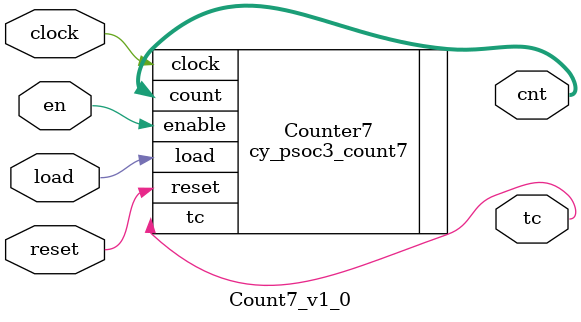
<source format=v>
/*******************************************************************************
* File Name:  Count7_v1_0.v 
* Version `$CY_MAJOR_VERSION`.`$CY_MINOR_VERSION`
*
* Description: 
*  This file provides a top level model of the 7-bit Down Counter componnent
*  defining and all of the necessary interconnect.
* 
* Note: 
*  None
*
******************************************************************************** 
*               I*O Signals:   
******************************************************************************** 
*  IO SIGNALS: 
*    reset       input           Reset
*    clock       input           Clock
*    en          input           Enable
*    load        input           Load
*    cnt         output          Count output
*    tc          output          Terminal count  
*
********************************************************************************
* Copyright 2013, Cypress Semiconductor Corporation.  All rights reserved.
* You may use this file only in accordance with the license, terms, conditions, 
* disclaimers, and limitations in the end user license agreement accompanying 
* the software package with which this file was provided.
********************************************************************************/

`include "cypress.v"
`ifdef Count7_v1_0_V_ALREADY_INCLUDED
`else
`define Count7_v1_0_V_ALREADY_INCLUDED

module Count7_v1_0 
(
    input  wire clock,
    input  wire en,
    input  wire load,
    input  wire reset,
    output wire [6:0] cnt,
    output wire tc
);
    /* Hardware parameters */
    parameter EnableSignal = 1'b0;
    parameter LoadSignal = 1'b0;

    cy_psoc3_count7 #(.cy_period(7'b1111111), .cy_route_ld(LoadSignal), .cy_route_en(EnableSignal))
    Counter7 (
        /* input */         .clock(clock),      /* Clock */
        /* input */         .reset(reset),      /* Reset */
        /* input */         .load(load),        /* Load signal used if cy_route_ld = TRUE */
        /* input */         .enable(en),        /* Enable signal used if cy_route_en = TRUE */
        /* output [6:0] */  .count(cnt),        /* Counter value output */
        /* output */        .tc(tc)             /* Terminal Count output */
    );

endmodule

`endif      /* Count7_v1_0_V_ALREADY_INCLUDED */

</source>
